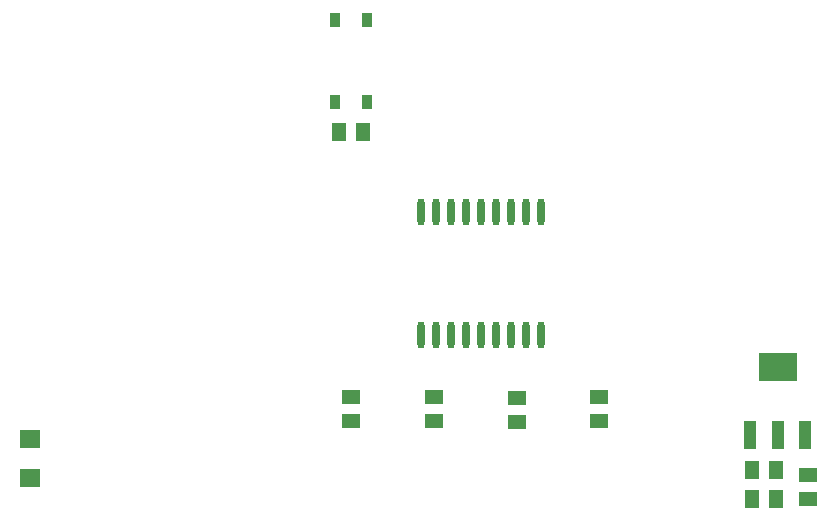
<source format=gtp>
G04 Layer_Color=8421504*
%FSLAX44Y44*%
%MOMM*%
G71*
G01*
G75*
%ADD10R,3.3000X2.4000*%
%ADD11R,1.0000X2.4000*%
%ADD12R,1.2700X1.6002*%
%ADD13R,1.6002X1.2700*%
%ADD14O,0.6000X2.3000*%
%ADD15R,0.9000X1.3000*%
%ADD16R,1.6510X1.5240*%
D10*
X221000Y-184000D02*
D03*
D11*
X244000Y-242000D02*
D03*
X221000Y-242000D02*
D03*
X198000Y-242000D02*
D03*
D12*
X199680Y-296000D02*
D03*
X220000D02*
D03*
X199680Y-271000D02*
D03*
X220000D02*
D03*
X-129840Y15000D02*
D03*
X-150160D02*
D03*
D13*
X247000Y-296000D02*
D03*
Y-275680D02*
D03*
X70000Y-209840D02*
D03*
Y-230160D02*
D03*
X0Y-210000D02*
D03*
Y-230320D02*
D03*
X-70000Y-209680D02*
D03*
Y-230000D02*
D03*
X-140000Y-209840D02*
D03*
Y-230160D02*
D03*
D14*
X20800Y-53001D02*
D03*
X8100D02*
D03*
X-4600D02*
D03*
X-17300D02*
D03*
X-30000D02*
D03*
X-42700D02*
D03*
X-55400D02*
D03*
X-68100D02*
D03*
X-80800D02*
D03*
X20800Y-156999D02*
D03*
X8100D02*
D03*
X-4600D02*
D03*
X-17300D02*
D03*
X-30000D02*
D03*
X-42700D02*
D03*
X-55400D02*
D03*
X-68100D02*
D03*
X-80800D02*
D03*
D15*
X-153500Y110000D02*
D03*
X-126500D02*
D03*
Y40000D02*
D03*
X-153500D02*
D03*
D16*
X-412238Y-244982D02*
D03*
Y-278002D02*
D03*
M02*

</source>
